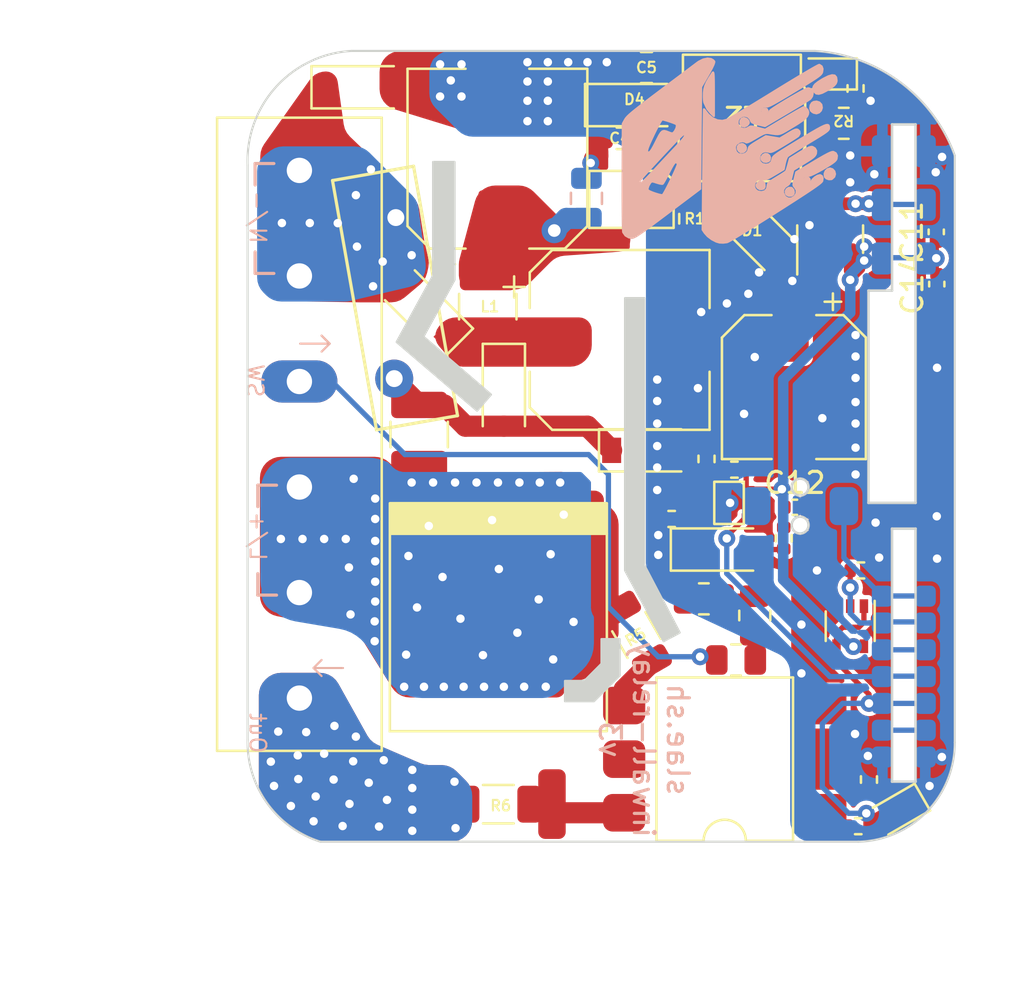
<source format=kicad_pcb>
(kicad_pcb (version 20220815) (generator pcbnew)
  (layers (0 "F.Cu" signal) (31 "B.Cu" signal) (34 "B.Paste" user) (35 "F.Paste" user) (36 "B.SilkS" user "B.Silkscreen") (37 "F.SilkS" user "F.Silkscreen") (38 "B.Mask" user) (39 "F.Mask" user) (44 "Edge.Cuts" user))
  (net 0 "")
  (net 1 "D")
  (net 2 "VIN_L+")
  (net 3 "Net-(D4-K)")
  (net 4 "VIN_N")
  (net 5 "VIN_L")
  (net 6 "GND")
  (net 7 "Net-(LED1-K)")
  (net 8 "Net-(LED2-K)")
  (net 11 "BOARD_IO0")
  (net 12 "BOARD_IO2")
  (net 13 "BOARD_IO3")
  (net 14 "L_OUT")
  (net 15 "BOARD_IO1")
  (net 16 "VDD3V3")
  (net 17 "BOARD_IO4")
  (net 18 "BOARD_IO5")
  (net 19 "TRIAC_EN2")
  (net 20 "VDD5")
  (net 21 "Net-(U1-CS)")
  (net 22 "BP25xx_GND")
  (net 23 "VIN_SWITCH")
  (net 24 "Net-(R10-Pad2)")
  (net 25 "Net-(D8-K)")
  (net 26 "Net-(D8-A)")
  (net 27 "Net-(R26-Pad1)")
  (net 28 "Net-(R27-Pad1)")
  (net 29 "Net-(U7-+)")
  (net 30 "/VIN_L_FUSED")
  (net 31 "TRIAC_EN1")
  (footprint "Resistor_SMD:R_0402_1005Metric" (layer "F.Cu") (at 114.1984 72.4916 -90)
    (fp_text reference "R29" hide)
    (fp_text value "10k" hide)
  )
  (footprint "Fuse:Fuse_1210_3225Metric" (layer "F.Cu") (at 96.9264 67.575 90)
    (fp_text reference "F1" hide)
    (fp_text value "Polyfuse" hide)
  )
  (footprint "Resistor_SMD:R_1206_3216Metric" (layer "F.Cu") (at 100.6792 85.09)
    (fp_text reference "R6")
    (fp_text value "330R" hide)
  )
  (footprint "Diode_SMD:D_SOD-123" (layer "F.Cu") (at 97.1804 61.6712 135)
    (fp_text reference "D6" hide)
    (fp_text value "1N4007" hide)
  )
  (footprint "Diode_SMD:D_SOD-123" (layer "F.Cu") (at 107.0356 51.9684)
    (fp_text reference "D4")
    (fp_text value "1N4007" hide)
  )
  (footprint "Package_TO_SOT_SMD:SOT-353_SC-70-5" (layer "F.Cu") (at 117.348 76.6572 -90)
    (fp_text reference "U6" hide)
    (fp_text value "74LVC1G80" hide)
  )
  (footprint "Resistor_SMD:R_0402_1005Metric" (layer "F.Cu") (at 118.237 83.9216 90)
    (fp_text reference "R20" hide)
    (fp_text value "1.2k" hide)
  )
  (footprint "my-stuff:SMDIP-6_W9.53mm" (layer "F.Cu") (at 111.4044 82.9564 180)
    (fp_text reference "U2" hide)
    (fp_text value "MOC3063M" hide)
  )
  (footprint "Resistor_SMD:R_0805_2012Metric" (layer "F.Cu") (at 112.8268 76.1492 -90)
    (fp_text reference "R27" hide)
    (fp_text value "300k" hide)
  )
  (footprint "Capacitor_SMD:C_0402_1005Metric" (layer "F.Cu") (at 121.425 57.975 90)
    (fp_text reference "C11")
    (fp_text value "22uF")
  )
  (footprint "my-stuff:D2PAK" (layer "F.Cu") (at 100.6792 85.286 90)
    (fp_text reference "Q1" hide)
    (fp_text value "BTA16-800B" hide)
  )
  (footprint "Resistor_SMD:R_0402_1005Metric" (layer "F.Cu") (at 110.5408 68.7324 90)
    (fp_text reference "R32" hide)
    (fp_text value "10k" hide)
  )
  (footprint "Capacitor_SMD:C_0402_1005Metric" (layer "F.Cu") (at 114.725 71.025)
    (fp_text reference "C12")
    (fp_text value "100n")
  )
  (footprint "Inductor_SMD:L_1210_3225Metric" (layer "F.Cu") (at 100.1776 61.5188 90)
    (fp_text reference "L1")
    (fp_text value "1mH" hide)
  )
  (footprint "my-stuff:inwall-relay-cpu-female" (layer "F.Cu") (at 119.888 54.1528 -90)
    (fp_text reference "J1" hide)
    (fp_text value "IWR_CPU_MODULE" hide)
    (fp_line (start -1.27 -0.5588) (end -1.27 0.5588) (stroke (width 0.12)) (layer "Edge.Cuts"))
    (fp_line (start -1.27 0.5588) (end 6.604 0.5588) (stroke (width 0.12)) (layer "Edge.Cuts"))
    (fp_line (start 6.604 0.5588) (end 6.604 1.6256) (stroke (width 0.12)) (layer "Edge.Cuts"))
    (fp_line (start 6.604 1.6256) (end 6.604 1.6764) (stroke (width 0.12)) (layer "Edge.Cuts"))
    (fp_line (start 6.604 1.6764) (end 16.6624 1.6764) (stroke (width 0.12)) (layer "Edge.Cuts"))
    (fp_line (start 16.6624 -0.5588) (end -1.27 -0.5588) (stroke (width 0.12)) (layer "Edge.Cuts"))
    (fp_line (start 16.6624 1.6764) (end 16.6624 -0.5588) (stroke (width 0.12)) (layer "Edge.Cuts"))
    (fp_line (start 17.8816 -0.5588) (end 29.8704 -0.5588) (stroke (width 0.12)) (layer "Edge.Cuts"))
    (fp_line (start 17.8816 0.5588) (end 17.8816 -0.5588) (stroke (width 0.12)) (layer "Edge.Cuts"))
    (fp_line (start 17.9324 0.5588) (end 17.8816 0.5588) (stroke (width 0.12)) (layer "Edge.Cuts"))
    (fp_line (start 29.8704 -0.5588) (end 29.8704 0.5588) (stroke (width 0.12)) (layer "Edge.Cuts"))
    (fp_line (start 29.8704 0.5588) (end 17.9324 0.5588) (stroke (width 0.12)) (layer "Edge.Cuts"))
  )
  (footprint "my-stuff:CP_Elec_8x10" (layer "F.Cu") (at 106.426 63.0936)
    (fp_text reference "C1" hide)
    (fp_text value "3.3uF" hide)
  )
  (footprint "LED_SMD:LED_0603_1608Metric" (layer "F.Cu") (at 119.4816 85.4964 -150)
    (fp_text reference "LED2" hide)
    (fp_text value "orange" hide)
  )
  (footprint "my-stuff:CP_Elec_6.3x7.7" (layer "F.Cu") (at 114.681 65.3288 -90)
    (fp_text reference "C8" hide)
    (fp_text value "470uF" hide)
  )
  (footprint "Resistor_SMD:R_1206_3216Metric" (layer "F.Cu") (at 107.225 77.075 120)
    (fp_text reference "R5")
    (fp_text value "100R" hide)
  )
  (footprint "Diode_SMD:D_SOD-123" (layer "F.Cu") (at 111.1 73.025)
    (fp_text reference "D8" hide)
    (fp_text value "1N4007" hide)
  )
  (footprint "Diode_SMD:D_SOD-123" (layer "F.Cu") (at 100.9396 65.532 -90)
    (fp_text reference "D2" hide)
    (fp_text value "1N4007" hide)
  )
  (footprint "Resistor_SMD:R_0402_1005Metric" (layer "F.Cu") (at 117.856 74.0156 180)
    (fp_text reference "R11" hide)
    (fp_text value "10k" hide)
  )
  (footprint "Resistor_SMD:R_0805_2012Metric" (layer "F.Cu") (at 111.9378 78.2574 180)
    (fp_text reference "R26" hide)
    (fp_text value "300k" hide)
  )
  (footprint "Resistor_SMD:R_0402_1005Metric" (layer "F.Cu") (at 117.729 86.1314 180)
    (fp_text reference "R10" hide)
    (fp_text value "680R" hide)
  )
  (footprint "Diode_SMD:D_SOD-123" (layer "F.Cu") (at 112.8268 57.912 -45)
    (fp_text reference "D1")
    (fp_text value "BAS21GWX" hide)
  )
  (footprint "Resistor_SMD:R_0805_2012Metric" (layer "F.Cu") (at 110.4138 75.3618)
    (fp_text reference "R28" hide)
    (fp_text value "300k" hide)
  )
  (footprint "my-stuff:CP_Elec_8x10" (layer "F.Cu") (at 100.6348 54.5084 90)
    (fp_text reference "C3" hide)
    (fp_text value "3.3uF" hide)
  )
  (footprint "my-stuff:SSOP-5-0.65" (layer "F.Cu") (at 111.6076 70.8152 -90)
    (fp_text reference "U7" hide)
    (fp_text value "TC75S56" hide)
  )
  (footprint "Varistor:RV_Disc_D12mm_W3.9mm_P7.5mm" (layer "F.Cu") (at 95.745215 64.926983 100)
    (fp_text reference "RV1" hide)
    (fp_text value "Varistor" hide)
  )
  (footprint "Diode_SMD:D_SOD-123" (layer "F.Cu") (at 94.075 51.125)
    (fp_text reference "D7" hide)
    (fp_text value "1N4007" hide)
  )
  (footprint "Resistor_SMD:R_0805_2012Metric" (layer "F.Cu") (at 117.0432 52.832 180)
    (fp_text reference "R2")
    (fp_text value "1.5k" hide)
  )
  (footprint "Resistor_SMD:R_0402_1005Metric" (layer "F.Cu") (at 108.8898 71.5772 180)
    (fp_text reference "R30" hide)
    (fp_text value "10k" hide)
  )
  (footprint "Capacitor_SMD:C_0805_2012Metric" (layer "F.Cu") (at 107.696 50.1904 180)
    (fp_text reference "C5")
    (fp_text value "22uF" hide)
  )
  (footprint "Capacitor_SMD:C_0603_1608Metric" (layer "F.Cu") (at 106.426 53.5432)
    (fp_text reference "C4")
    (fp_text value "1uF/16V" hide)
  )
  (footprint "my-stuff:sot33-5a" (layer "F.Cu") (at 106.982776 56.4388 180)
    (fp_text reference "U1")
    (fp_text value "BP2525" hide)
  )
  (footprint "my-stuff:L_6x6mm" (layer "F.Cu") (at 112.2172 52.578 90)
    (fp_text reference "L2")
    (fp_text value "470uH" hide)
  )
  (footprint "my-stuff:WJ126-5.0" (layer "F.Cu") (at 91.2528 67.564 -90)
    (fp_text reference "J2" hide)
    (fp_text value "Conn_01x06_Female" hide)
  )
  (footprint "Resistor_SMD:R_0402_1005Metric" (layer "F.Cu") (at 117.602 51.181 -90)
    (fp_text reference "R4" hide)
    (fp_text value "1.2k" hide)
  )
  (footprint "LED_SMD:LED_0603_1608Metric" (layer "F.Cu") (at 116.1796 50.4952 180)
    (fp_text reference "LED1" hide)
    (fp_text value "blue" hide)
  )
  (footprint "Capacitor_SMD:C_0402_1005Metric" (layer "F.Cu") (at 121.45 60.45 90)
    (fp_text reference "C14")
    (fp_text value "100n")
  )
  (footprint "Package_TO_SOT_SMD:SOT-23" (layer "F.Cu") (at 116.398 58.3184 90)
    (fp_text reference "U3" hide)
    (fp_text value "APE8865N-15-HF-3" hide)
  )
  (footprint "Resistor_SMD:R_0402_1005Metric" (layer "F.Cu") (at 111.8616 69.2404 180)
    (fp_text reference "R31" hide)
    (fp_text value "10k" hide)
  )
  (footprint "Resistor_SMD:R_0805_2012Metric" (layer "F.Cu") (at 109.982 57.3532 -90)
    (fp_text reference "R1")
    (fp_text value ".3R" hide)
  )
  (footprint "Diode_SMD:D_SOD-123" (layer "F.Cu") (at 107.696 68.326)
    (fp_text reference "D3" hide)
    (fp_text value "1N4007" hide)
  )
  (footprint "Capacitor_SMD:C_0805_2012Metric" (layer "B.Cu") (at 104.8512 56.388 90)
    (fp_text reference "C9" hide)
    (fp_text value "optional: 10pF / 500V")
  )
  (footprint "my-stuff:TS-1088C-02526" (layer "B.Cu") (at 114.975 70.9676)
    (fp_text reference "SW1" hide)
    (fp_text value "SW_Push")
    (fp_circle (center 0 -0.9) (end 0.4 -0.9) (stroke (width 0.12)) (fill none) (layer "Edge.Cuts"))
    (fp_circle (center 0 0.9) (end 0.4 0.9) (stroke (width 0.12)) (fill none) (layer "Edge.Cuts"))
  )
  (footprint "LOGO" (layer "B.Cu") (at 111.65 54.125 90)
    (fp_text reference "G***" hide)
    (fp_text value "LOGO" hide)
  )
  (gr_line (start 89.154 55.753) (end 89.154 54.737) (stroke (width 0.15)) (layer "B.SilkS"))
  (gr_line (start 91.2876 63.2714) (end 92.6846 63.2714) (stroke (width 0.1)) (layer "B.SilkS"))
  (gr_line (start 89.154 59.944) (end 89.154 58.928) (stroke (width 0.15)) (layer "B.SilkS"))
  (gr_line (start 90.043 59.944) (end 89.154 59.944) (stroke (width 0.15)) (layer "B.SilkS"))
  (gr_line (start 92.6846 63.2714) (end 92.3036 63.6524) (stroke (width 0.1)) (layer "B.SilkS"))
  (gr_line (start 92.6846 63.2714) (end 92.3036 62.8904) (stroke (width 0.1)) (layer "B.SilkS"))
  (gr_line (start 89.281 75.184) (end 89.281 74.168) (stroke (width 0.15)) (layer "B.SilkS"))
  (gr_line (start 89.154 54.737) (end 90.043 54.737) (stroke (width 0.15)) (layer "B.SilkS"))
  (gr_line (start 89.281 70.993) (end 89.281 69.977) (stroke (width 0.15)) (layer "B.SilkS"))
  (gr_line (start 89.281 69.977) (end 90.17 69.977) (stroke (width 0.15)) (layer "B.SilkS"))
  (gr_line (start 92.3036 62.8904) (end 92.6846 63.2714) (stroke (width 0.1)) (layer "B.SilkS"))
  (gr_line (start 93.3196 78.6384) (end 91.9226 78.6384) (stroke (width 0.1)) (layer "B.SilkS"))
  (gr_line (start 91.9226 78.6384) (end 92.3036 79.0194) (stroke (width 0.1)) (layer "B.SilkS"))
  (gr_line (start 91.9226 78.6384) (end 92.3036 78.257401) (stroke (width 0.1)) (layer "B.SilkS"))
  (gr_line (start 90.17 75.184) (end 89.281 75.184) (stroke (width 0.15)) (layer "B.SilkS"))
  (gr_poly locked (pts (xy 98.6028 60.2488) (xy 97.1296 62.9412) (xy 100.33 65.6844) (xy 99.6696 66.4464) (xy 95.8596 63.1952) (xy 97.5868 60.0456) (xy 97.5868 54.6608) (xy 98.6028 54.6608)) (stroke (width 0.1)) (fill solid) (layer "Edge.Cuts"))
  (gr_arc (start 92.2528 86.868) (mid 89.71837 85.032807) (end 88.7984 82.042) (stroke (width 0.1)) (layer "Edge.Cuts"))
  (gr_arc (start 115.6716 49.403) (mid 119.725054 50.890706) (end 122.301 54.356) (stroke (width 0.1)) (layer "Edge.Cuts"))
  (gr_arc (start 122.301 82.169) (mid 120.97395 85.451532) (end 117.729 86.868) (stroke (width 0.1)) (layer "Edge.Cuts"))
  (gr_poly (pts (xy 106.68 61.1124) (xy 107.5944 61.1124) (xy 107.5944 73.7616) (xy 109.2708 76.962) (xy 108.5088 77.3684) (xy 106.68 74.0156) (xy 106.68 67.31)) (stroke (width 0.1)) (fill solid) (layer "Edge.Cuts"))
  (gr_line (start 117.729 86.868) (end 92.2528 86.868) (stroke (width 0.1)) (layer "Edge.Cuts"))
  (gr_arc (start 88.7984 54.8132) (mid 90.153643 51.098428) (end 93.726 49.403) (stroke (width 0.1)) (layer "Edge.Cuts"))
  (gr_poly (pts (xy 106.426 78.994) (xy 105.2068 80.2132) (xy 103.8338 80.2132) (xy 103.8338 79.248) (xy 104.7496 79.248) (xy 105.5624 78.4352) (xy 105.5624 77.2668) (xy 106.426 77.2668)) (stroke (width 0.1)) (fill solid) (layer "Edge.Cuts"))
  (gr_line (start 93.726 49.403) (end 115.6716 49.403) (stroke (width 0.1)) (layer "Edge.Cuts"))
  (gr_line (start 88.7984 82.042) (end 88.7984 54.8132) (stroke (width 0.1)) (layer "Edge.Cuts"))
  (gr_line (start 122.301 54.356) (end 122.301 82.169) (stroke (width 0.1)) (layer "Edge.Cuts"))
  (gr_text "N/-\n" (at 89.281 57.277 -90) (layer "B.SilkS") (effects (font (size 0.75 0.75) (thickness 0.1)) (justify mirror)))
  (gr_text "L/+\n" (at 89.281 72.39 -90) (layer "B.SilkS") (effects (font (size 0.75 0.75) (thickness 0.1)) (justify mirror)))
  (gr_text "Out" (at 89.275 81.725 -90) (layer "B.SilkS") (effects (font (size 0.75 0.75) (thickness 0.1)) (justify mirror)))
  (gr_text "slae.sh\ninwall-relay\nv3" (at 107.575 82.025 270) (layer "B.SilkS") (effects (font (size 1 1)) (justify mirror)))
  (gr_text "SW" (at 89.154 65.024 -90) (layer "B.SilkS") (effects (font (size 0.75 0.75) (thickness 0.1)) (justify mirror)))
  (via (at 103.3272 57.912) (size 1.2) (drill 0.6) (layers "F.Cu" "B.Cu") (net 1))
  (segment (start 103.9012 57.338) (end 104.8512 57.338) (width 1) (layer "B.Cu") (net 1))
  (segment (start 103.3272 57.912) (end 103.9012 57.338) (width 1) (layer "B.Cu") (net 1))
  (segment (start 105.651 54.520576) (end 105.632776 54.5388) (width 0.25) (layer "F.Cu") (net 3))
  (segment (start 105.651 54.115) (end 105.651 53.5432) (width 0.25) (layer "F.Cu") (net 3))
  (segment (start 105.3856 51.9684) (end 105.3856 54.3804) (width 1) (layer "F.Cu") (net 3))
  (segment (start 105.2272 54.5388) (end 105.632776 54.5388) (width 0.25) (layer "F.Cu") (net 3))
  (segment (start 105.0544 54.7116) (end 105.2272 54.5388) (width 0.25) (layer "F.Cu") (net 3))
  (segment (start 105.0544 54.7116) (end 105.651 54.115) (width 0.25) (layer "F.Cu") (net 3))
  (segment (start 105.3856 54.3804) (end 105.2272 54.5388) (width 1) (layer "F.Cu") (net 3))
  (segment (start 105.651 53.5432) (end 105.651 54.520576) (width 0.25) (layer "F.Cu") (net 3))
  (via (at 105.0544 54.7116) (size 0.8) (drill 0.4) (layers "F.Cu" "B.Cu") (net 3))
  (segment (start 105.0544 54.7116) (end 105.0544 55.2348) (width 0.25) (layer "B.Cu") (net 3))
  (segment (start 104.776151 55.513049) (end 104.456151 55.513049) (width 0.25) (layer "B.Cu") (net 3))
  (segment (start 105.0544 55.2348) (end 104.776151 55.513049) (width 0.25) (layer "B.Cu") (net 3))
  (via (at 94.6404 55.0164) (size 0.8) (drill 0.4) (layers "F.Cu" "B.Cu") (net 4))
  (via (at 93.98 58.674) (size 0.8) (drill 0.4) (layers "F.Cu" "B.Cu") (net 4))
  (via (at 91.7448 57.5564) (size 0.8) (drill 0.4) (layers "F.Cu" "B.Cu") (net 4))
  (via (at 93.069691 57.561768) (size 0.8) (drill 0.4) (layers "F.Cu" "B.Cu") (net 4))
  (via (at 94.742 60.5536) (size 0.8) (drill 0.4) (layers "F.Cu" "B.Cu") (net 4))
  (via (at 96.5708 59.0804) (size 0.8) (drill 0.4) (layers "F.Cu" "B.Cu") (net 4))
  (via (at 93.9292 56.2356) (size 0.8) (drill 0.4) (layers "F.Cu" "B.Cu") (net 4))
  (via (at 90.424 57.5564) (size 0.8) (drill 0.4) (layers "F.Cu" "B.Cu") (net 4))
  (via (at 95.1992 59.3852) (size 0.8) (drill 0.4) (layers "F.Cu" "B.Cu") (net 4))
  (segment (start 106.281396 75.6893) (end 101.2825 75.6893) (width 1) (layer "F.Cu") (net 5))
  (segment (start 101.2825 75.6893) (end 100.2792 74.686) (width 1) (layer "F.Cu") (net 5))
  (via (at 93.6 73.875) (size 0.8) (drill 0.4) (layers "F.Cu" "B.Cu") (net 5))
  (via (at 99.6442 69.85) (size 0.8) (drill 0.4) (layers "F.Cu" "B.Cu") (net 5))
  (via (at 100.703307 73.948582) (size 0.8) (drill 0.4) (layers "F.Cu" "B.Cu") (net 5))
  (via (at 99.949 78.0288) (size 0.8) (drill 0.4) (layers "F.Cu" "B.Cu") (net 5))
  (via (at 94.8436 74.549) (size 0.8) (drill 0.4) (layers "F.Cu" "B.Cu") (net 5))
  (via (at 96.8248 75.7682) (size 0.8) (drill 0.4) (layers "F.Cu" "B.Cu") (net 5))
  (via (at 99.9998 79.5274) (size 0.8) (drill 0.4) (layers "F.Cu" "B.Cu") (net 5))
  (via (at 103.2764 78.232) (size 0.8) (drill 0.4) (layers "F.Cu" "B.Cu") (net 5))
  (via (at 98.6282 69.85) (size 0.8) (drill 0.4) (layers "F.Cu" "B.Cu") (net 5))
  (via (at 97.155 79.5274) (size 0.8) (drill 0.4) (layers "F.Cu" "B.Cu") (net 5))
  (via (at 98.034622 74.325972) (size 0.8) (drill 0.4) (layers "F.Cu" "B.Cu") (net 5))
  (via (at 90.375 72.525) (size 0.8) (drill 0.4) (layers "F.Cu" "B.Cu") (net 5))
  (via (at 92.425 72.525) (size 0.8) (drill 0.4) (layers "F.Cu" "B.Cu") (net 5))
  (via (at 102.6414 69.85) (size 0.8) (drill 0.4) (layers "F.Cu" "B.Cu") (net 5))
  (via (at 94.8182 77.3684) (size 0.8) (drill 0.4) (layers "F.Cu" "B.Cu") (net 5))
  (via (at 96.2152 79.5274) (size 0.8) (drill 0.4) (layers "F.Cu" "B.Cu") (net 5))
  (via (at 101.9 79.525) (size 0.8) (drill 0.4) (layers "F.Cu" "B.Cu") (net 5))
  (via (at 97.5868 69.85) (size 0.8) (drill 0.4) (layers "F.Cu" "B.Cu") (net 5))
  (via (at 94.8436 71.5772) (size 0.8) (drill 0.4) (layers "F.Cu" "B.Cu") (net 5))
  (via (at 97.3836 71.9074) (size 0.8) (drill 0.4) (layers "F.Cu" "B.Cu") (net 5))
  (via (at 94.8182 76.4286) (size 0.8) (drill 0.4) (layers "F.Cu" "B.Cu") (net 5))
  (via (at 93.825 69.675) (size 0.8) (drill 0.4) (layers "F.Cu" "B.Cu") (net 5))
  (via (at 103.15634 73.247715) (size 0.8) (drill 0.4) (layers "F.Cu" "B.Cu") (net 5))
  (via (at 94.8436 72.6186) (size 0.8) (drill 0.4) (layers "F.Cu" "B.Cu") (net 5))
  (via (at 102.5906 75.3872) (size 0.8) (drill 0.4) (layers "F.Cu" "B.Cu") (net 5))
  (via (at 101.6762 69.85) (size 0.8) (drill 0.4) (layers "F.Cu" "B.Cu") (net 5))
  (via (at 100.6602 69.85) (size 0.8) (drill 0.4) (layers "F.Cu" "B.Cu") (net 5))
  (via (at 100.37983 71.630331) (size 0.8) (drill 0.4) (layers "F.Cu" "B.Cu") (net 5))
  (via (at 104.2416 76.454) (size 0.8) (drill 0.4) (layers "F.Cu" "B.Cu") (net 5))
  (via (at 94.8436 73.5838) (size 0.8) (drill 0.4) (layers "F.Cu" "B.Cu") (net 5))
  (via (at 94.8436 70.612) (size 0.8) (drill 0.4) (layers "F.Cu" "B.Cu") (net 5))
  (via (at 98.0948 79.5274) (size 0.8) (drill 0.4) (layers "F.Cu" "B.Cu") (net 5))
  (via (at 103.776337 71.374245) (size 0.8) (drill 0.4) (layers "F.Cu" "B.Cu") (net 5))
  (via (at 103.6066 69.85) (size 0.8) (drill 0.4) (layers "F.Cu" "B.Cu") (net 5))
  (via (at 93.675 76.1) (size 0.8) (drill 0.4) (layers "F.Cu" "B.Cu") (net 5))
  (via (at 93.45 72.525) (size 0.8) (drill 0.4) (layers "F.Cu" "B.Cu") (net 5))
  (via (at 101.57939 76.967699) (size 0.8) (drill 0.4) (layers "F.Cu" "B.Cu") (net 5))
  (via (at 91.4 72.525) (size 0.8) (drill 0.4) (layers "F.Cu" "B.Cu") (net 5))
  (via (at 102.925 79.525) (size 0.8) (drill 0.4) (layers "F.Cu" "B.Cu") (net 5))
  (via (at 96.4184 73.3298) (size 0.8) (drill 0.4) (layers "F.Cu" "B.Cu") (net 5))
  (via (at 100.9396 79.5274) (size 0.8) (drill 0.4) (layers "F.Cu" "B.Cu") (net 5))
  (via (at 99.0346 79.5274) (size 0.8) (drill 0.4) (layers "F.Cu" "B.Cu") (net 5))
  (via (at 96.309412 78.005521) (size 0.8) (drill 0.4) (layers "F.Cu" "B.Cu") (net 5))
  (via (at 98.8822 76.3016) (size 0.8) (drill 0.4) (layers "F.Cu" "B.Cu") (net 5))
  (via (at 96.5708 69.85) (size 0.8) (drill 0.4) (layers "F.Cu" "B.Cu") (net 5))
  (via (at 94.8436 75.4888) (size 0.8) (drill 0.4) (layers "F.Cu" "B.Cu") (net 5))
  (segment (start 105.8164 49.9364) (end 103.0224 49.9364) (width 1) (layer "F.Cu") (net 6))
  (segment (start 106.492 49.9364) (end 106.746 50.1904) (width 1) (layer "F.Cu") (net 6))
  (segment (start 105.8164 49.9364) (end 106.492 49.9364) (width 1) (layer "F.Cu") (net 6))
  (via (at 108.204 64.9732) (size 0.8) (drill 0.4) (layers "F.Cu" "B.Cu") (net 6))
  (via (at 114.7064 58.3184) (size 0.8) (drill 0.4) (layers "F.Cu" "B.Cu") (net 6))
  (via (at 102.0572 49.9364) (size 0.8) (drill 0.4) (layers "F.Cu" "B.Cu") (net 6))
  (via (at 102.0572 50.8508) (size 0.8) (drill 0.4) (layers "F.Cu" "B.Cu") (net 6))
  (via (at 110.1344 65.3796) (size 0.8) (drill 0.4) (layers "F.Cu" "B.Cu") (net 6))
  (via (at 117.602 63.881) (size 0.8) (drill 0.4) (layers "F.Cu" "B.Cu") (net 6))
  (via (at 98.425 50.8) (size 0.8) (drill 0.4) (layers "F.Cu" "B.Cu") (net 6))
  (via (at 108.204 65.9892) (size 0.8) (drill 0.4) (layers "F.Cu" "B.Cu") (net 6))
  (via (at 111.506 61.3664) (size 0.8) (drill 0.4) (layers "F.Cu" "B.Cu") (net 6))
  (via (at 118.55 71.75) (size 0.8) (drill 0.4) (layers "F.Cu" "B.Cu") (net 6))
  (via (at 97.917 50.038) (size 0.8) (drill 0.4) (layers "F.Cu" "B.Cu") (net 6))
  (via (at 108.2548 73.279) (size 0.8) (drill 0.4) (layers "F.Cu" "B.Cu") (net 6))
  (via (at 121.7 54.425) (size 0.8) (drill 0.4) (layers "F.Cu" "B.Cu") (net 6))
  (via (at 103.0224 52.7304) (size 0.8) (drill 0.4) (layers "F.Cu" "B.Cu") (net 6))
  (via (at 108.204 67.056) (size 0.8) (drill 0.4) (layers "F.Cu" "B.Cu") (net 6))
  (via (at 98.933 51.562) (size 0.8) (drill 0.4) (layers "F.Cu" "B.Cu") (net 6))
  (via (at 115.7732 74.0156) (size 0.8) (drill 0.4) (layers "F.Cu" "B.Cu") (net 6))
  (via (at 108.2548 72.3392) (size 0.8) (drill 0.4) (layers "F.Cu" "B.Cu") (net 6))
  (via (at 117.602 67.056) (size 0.8) (drill 0.4) (layers "F.Cu" "B.Cu") (net 6))
  (via (at 103.0224 51.7652) (size 0.8) (drill 0.4) (layers "F.Cu" "B.Cu") (net 6))
  (via (at 97.917 51.562) (size 0.8) (drill 0.4) (layers "F.Cu" "B.Cu") (net 6))
  (via (at 117.5766 81.7626) (size 0.8) (drill 0.4) (layers "F.Cu" "B.Cu") (net 6))
  (via (at 121.45 71.45) (size 0.8) (drill 0.4) (layers "F.Cu" "B.Cu") (net 6))
  (via (at 117.602 64.897) (size 0.8) (drill 0.4) (layers "F.Cu" "B.Cu") (net 6))
  (via (at 102.0572 51.7652) (size 0.8) (drill 0.4) (layers "F.Cu" "B.Cu") (net 6))
  (via (at 112.8268 63.9064) (size 0.8) (drill 0.4) (layers "F.Cu" "B.Cu") (net 6))
  (via (at 118.1862 82.804) (size 0.8) (drill 0.4) (layers "F.Cu" "B.Cu") (net 6))
  (via (at 117.602 69.469) (size 0.8) (drill 0.4) (layers "F.Cu" "B.Cu") (net 6))
  (via (at 115.0366 78.8924) (size 0.8) (drill 0.4) (layers "F.Cu" "B.Cu") (net 6))
  (via (at 117.602 66.04) (size 0.8) (drill 0.4) (layers "F.Cu" "B.Cu") (net 6))
  (via (at 112.522 60.9092) (size 0.8) (drill 0.4) (layers "F.Cu" "B.Cu") (net 6))
  (via (at 117.602 62.865) (size 0.8) (drill 0.4) (layers "F.Cu" "B.Cu") (net 6))
  (via (at 121.4628 64.4144) (size 0.8) (drill 0.4) (layers "F.Cu" "B.Cu") (net 6))
  (via (at 108.204 69.1388) (size 0.8) (drill 0.4) (layers "F.Cu" "B.Cu") (net 6))
  (via (at 111.6584 70.8152) (size 0.8) (drill 0.4) (layers "F.Cu" "B.Cu") (net 6))
  (via (at 117.348 54.356) (size 0.8) (drill 0.4) (layers "F.Cu" "B.Cu") (net 6))
  (via (at 117.602 68.199) (size 0.8) (drill 0.4) (layers "F.Cu" "B.Cu") (net 6))
  (via (at 102.0572 52.7304) (size 0.8) (drill 0.4) (layers "F.Cu" "B.Cu") (net 6))
  (via (at 110.2868 61.7728) (size 0.8) (drill 0.4) (layers "F.Cu" "B.Cu") (net 6))
  (via (at 105.8164 49.9364) (size 0.8) (drill 0.4) (layers "F.Cu" "B.Cu") (net 6))
  (via (at 118.7196 73.406) (size 0.8) (drill 0.4) (layers "F.Cu" "B.Cu") (net 6))
  (via (at 104.902 49.9364) (size 0.8) (drill 0.4) (layers "F.Cu" "B.Cu") (net 6))
  (via (at 113.03 59.8932) (size 0.8) (drill 0.4) (layers "F.Cu" "B.Cu") (net 6))
  (via (at 103.9876 49.9364) (size 0.8) (drill 0.4) (layers "F.Cu" "B.Cu") (net 6))
  (via (at 117.348 55.626) (size 0.8) (drill 0.4) (layers "F.Cu" "B.Cu") (net 6))
  (via (at 98.933 50.038) (size 0.8) (drill 0.4) (layers "F.Cu" "B.Cu") (net 6))
  (via (at 121.1072 84.2264) (size 0.8) (drill 0.4) (layers "F.Cu" "B.Cu") (net 6))
  (via (at 103.0224 50.8508) (size 0.8) (drill 0.4) (layers "F.Cu" "B.Cu") (net 6))
  (via (at 115.0366 76.581) (size 0.8) (drill 0.4) (layers "F.Cu" "B.Cu") (net 6))
  (via (at 103.0224 49.9364) (size 0.8) (drill 0.4) (layers "F.Cu" "B.Cu") (net 6))
  (via (at 108.204 70.2056) (size 0.8) (drill 0.4) (layers "F.Cu" "B.Cu") (net 6))
  (via (at 114.6048 60.2996) (size 0.8) (drill 0.4) (layers "F.Cu" "B.Cu") (net 6))
  (via (at 108.204 68.1228) (size 0.8) (drill 0.4) (layers "F.Cu" "B.Cu") (net 6))
  (via (at 121.4 55.15) (size 0.8) (drill 0.4) (layers "F.Cu" "B.Cu") (net 6))
  (via (at 121.6914 82.8548) (size 0.8) (drill 0.4) (layers "F.Cu" "B.Cu") (net 6))
  (via (at 116.0272 66.802) (size 0.8) (drill 0.4) (layers "F.Cu" "B.Cu") (net 6))
  (via (at 118.3132 51.7652) (size 0.8) (drill 0.4) (layers "F.Cu" "B.Cu") (net 6))
  (via (at 118.491 55.245) (size 0.8) (drill 0.4) (layers "F.Cu" "B.Cu") (net 6))
  (via (at 112.3188 66.5988) (size 0.8) (drill 0.4) (layers "F.Cu" "B.Cu") (net 6))
  (via (at 115.4176 57.658) (size 0.8) (drill 0.4) (layers "F.Cu" "B.Cu") (net 6))
  (via (at 121.4628 73.4568) (size 0.8) (drill 0.4) (layers "F.Cu" "B.Cu") (net 6))
  (segment (start 116.7385 50.673) (end 117.6 50.673) (width 0.25) (layer "F.Cu") (net 7))
  (segment (start 120.163595 85.10265) (end 120.099973 85.10265) (width 0.25) (layer "F.Cu") (net 8))
  (segment (start 120.099973 85.10265) (end 119.428923 84.4316) (width 0.25) (layer "F.Cu") (net 8))
  (segment (start 119.428923 84.4316) (end 118.237 84.4316) (width 0.25) (layer "F.Cu") (net 8))
  (segment (start 118.9736 81.5848) (end 120.88938 81.5848) (width 0.25) (layer "B.Cu") (net 11))
  (segment (start 111.5 72.396) (end 112.4308 71.4652) (width 0.25) (layer "F.Cu") (net 12))
  (segment (start 112.4308 71.4652) (end 112.5076 71.4652) (width 0.25) (layer "F.Cu") (net 12))
  (segment (start 111.5 72.5) (end 111.5 72.396) (width 0.25) (layer "F.Cu") (net 12))
  (via (at 111.5 72.5) (size 0.8) (drill 0.4) (layers "F.Cu" "B.Cu") (net 12))
  (segment (start 116.3828 79.0448) (end 119.20468 79.0448) (width 0.25) (layer "B.Cu") (net 12))
  (segment (start 111.5 72.5) (end 111.5 74.162) (width 0.25) (layer "B.Cu") (net 12))
  (segment (start 111.5 74.162) (end 116.3828 79.0448) (width 0.25) (layer "B.Cu") (net 12))
  (segment (start 118.91711 79.025) (end 120.83289 79.025) (width 0.25) (layer "B.Cu") (net 12))
  (segment (start 118.94211 77.775) (end 120.85789 77.775) (width 0.25) (layer "B.Cu") (net 13))
  (via (at 91.175 82.775) (size 0.8) (drill 0.4) (layers "F.Cu" "B.Cu") (net 14))
  (via (at 92.875 83.925) (size 0.8) (drill 0.4) (layers "F.Cu" "B.Cu") (net 14))
  (via (at 94.5388 84.074) (size 0.8) (drill 0.4) (layers "F.Cu" "B.Cu") (net 14))
  (via (at 93.9292 81.8896) (size 0.8) (drill 0.4) (layers "F.Cu" "B.Cu") (net 14))
  (via (at 91.575 81.675) (size 0.8) (drill 0.4) (layers "F.Cu" "B.Cu") (net 14))
  (via (at 93.625 85.075) (size 0.8) (drill 0.4) (layers "F.Cu" "B.Cu") (net 14))
  (via (at 98.65 86.225) (size 0.8) (drill 0.4) (layers "F.Cu" "B.Cu") (net 14))
  (via (at 96.6 85.35) (size 0.8) (drill 0.4) (layers "F.Cu" "B.Cu") (net 14))
  (via (at 90.05 84.225) (size 0.8) (drill 0.4) (layers "F.Cu" "B.Cu") (net 14))
  (via (at 90.85 85.175) (size 0.8) (drill 0.4) (layers "F.Cu" "B.Cu") (net 14))
  (via (at 92.025 84.725) (size 0.8) (drill 0.4) (layers "F.Cu" "B.Cu") (net 14))
  (via (at 91.925 85.9) (size 0.8) (drill 0.4) (layers "F.Cu" "B.Cu") (net 14))
  (via (at 96.6 83.4644) (size 0.8) (drill 0.4) (layers "F.Cu" "B.Cu") (net 14))
  (via (at 98.6 84.025) (size 0.8) (drill 0.4) (layers "F.Cu" "B.Cu") (net 14))
  (via (at 92.425 82.7) (size 0.8) (drill 0.4) (layers "F.Cu" "B.Cu") (net 14))
  (via (at 90.25 81.65) (size 0.8) (drill 0.4) (layers "F.Cu" "B.Cu") (net 14))
  (via (at 96.6 86.35) (size 0.8) (drill 0.4) (layers "F.Cu" "B.Cu") (net 14))
  (via (at 92.9132 81.3816) (size 0.8) (drill 0.4) (layers "F.Cu" "B.Cu") (net 14))
  (via (at 93.3 86.125) (size 0.8) (drill 0.4) (layers "F.Cu" "B.Cu") (net 14))
  (via (at 95.025 86.15) (size 0.8) (drill 0.4) (layers "F.Cu" "B.Cu") (net 14))
  (via (at 91.2 83.9) (size 0.8) (drill 0.4) (layers "F.Cu" "B.Cu") (net 14))
  (via (at 89.9 83.075) (size 0.8) (drill 0.4) (layers "F.Cu" "B.Cu") (net 14))
  (via (at 96.6 84.325) (size 0.8) (drill 0.4) (layers "F.Cu" "B.Cu") (net 14))
  (via (at 95.25 83.0072) (size 0.8) (drill 0.4) (layers "F.Cu" "B.Cu") (net 14))
  (via (at 95.4024 84.8868) (size 0.8) (drill 0.4) (layers "F.Cu" "B.Cu") (net 14))
  (via (at 93.8 83.058) (size 0.8) (drill 0.4) (layers "F.Cu" "B.Cu") (net 14))
  (segment (start 118.112 86.1568) (end 118.112 86.1315) (width 0.25) (layer "F.Cu") (net 15))
  (segment (start 117.7544 76.708) (end 117.998 76.4644) (width 0.25) (layer "F.Cu") (net 15))
  (segment (start 118.11 85.5218) (end 118.11 85.6468) (width 0.25) (layer "F.Cu") (net 15))
  (segment (start 116.698 77.6072) (end 116.698 77.0024) (width 0.25) (layer "F.Cu") (net 15))
  (segment (start 116.698 77.0024) (end 116.9924 76.708) (width 0.25) (layer "F.Cu") (net 15))
  (segment (start 118.35335 85.89015) (end 118.799605 85.89015) (width 0.25) (layer "F.Cu") (net 15))
  (segment (start 118.237 80.3148) (end 118.237 79.883) (width 0.25) (layer "F.Cu") (net 15))
  (segment (start 118.532955 86.1568) (end 118.799605 85.89015) (width 0.25) (layer "F.Cu") (net 15))
  (segment (start 117.998 76.4644) (end 117.998 75.7072) (width 0.25) (layer "F.Cu") (net 15))
  (segment (start 118.11 85.6468) (end 118.35335 85.89015) (width 0.25) (layer "F.Cu") (net 15))
  (segment (start 116.9924 76.708) (end 117.7544 76.708) (width 0.25) (layer "F.Cu") (net 15))
  (segment (start 118.112 86.1568) (end 118.532955 86.1568) (width 0.25) (layer "F.Cu") (net 15))
  (segment (start 118.237 79.883) (end 116.698 78.344) (width 0.25) (layer "F.Cu") (net 15))
  (segment (start 118.112 86.1315) (end 118.35335 85.89015) (width 0.25) (layer "F.Cu") (net 15))
  (segment (start 116.698 78.344) (end 116.698 77.6072) (width 0.25) (layer "F.Cu") (net 15))
  (via (at 118.237 80.3148) (size 0.8) (drill 0.4) (layers "F.Cu" "B.Cu") (net 15))
  (via (at 118.11 85.5218) (size 0.8) (drill 0.4) (layers "F.Cu" "B.Cu") (net 15))
  (segment (start 118.237 80.3148) (end 116.9924 80.3148) (width 0.25) (layer "B.Cu") (net 15))
  (segment (start 116.9924 80.3148) (end 116.0272 81.28) (width 0.25) (layer "B.Cu") (net 15))
  (segment (start 117.2718 85.5218) (end 118.11 85.5218) (width 0.25) (layer "B.Cu") (net 15))
  (segment (start 120.88938 80.3148) (end 117.3988 80.3148) (width 0.25) (layer "B.Cu") (net 15))
  (segment (start 116.0272 81.28) (end 116.0272 84.2772) (width 0.25) (layer "B.Cu") (net 15))
  (segment (start 116.0272 84.2772) (end 117.2718 85.5218) (width 0.25) (layer "B.Cu") (net 15))
  (segment (start 114.157796 70.165404) (end 114.158 70.1652) (width 0.25) (layer "F.Cu") (net 16))
  (segment (start 112.4204 70.1652) (end 112.4204 69.2892) (width 0.25) (layer "F.Cu") (net 16))
  (segment (start 118.0592 59.3344) (end 118.0084 59.3344) (width 0.25) (layer "F.Cu") (net 16))
  (segment (start 121.425 59.225) (end 121.425 60.025) (width 0.25) (layer "F.Cu") (net 16))
  (segment (start 118.2116 59.182) (end 118.0592 59.3344) (width 0.25) (layer "F.Cu") (net 16))
  (segment (start 117.9299 59.2559) (end 117.348 59.2559) (width 0.25) (layer "F.Cu") (net 16))
  (segment (start 118.0084 59.3344) (end 118.0084 58.674) (width 0.25) (layer "F.Cu") (net 16))
  (segment (start 114.1132 70.165404) (end 114.157796 70.165404) (width 0.25) (layer "F.Cu") (net 16))
  (segment (start 117.348 59.9948) (end 117.348 59.2559) (width 0.4) (layer "F.Cu") (net 16))
  (segment (start 114.2362 70.9676) (end 114.2362 71.9966) (width 0.25) (layer "F.Cu") (net 16))
  (segment (start 118.0084 59.3344) (end 117.4265 59.3344) (width 0.25) (layer "F.Cu") (net 16))
  (segment (start 117.5156 77.6072) (end 117.5004 77.6224) (width 0.25) (layer "F.Cu") (net 16))
  (segment (start 114.158 70.1652) (end 112.4204 70.1652) (width 0.25) (layer "F.Cu") (net 16))
  (segment (start 117.348 60.2488) (end 117.856 59.7408) (width 0.4) (layer "F.Cu") (net 16))
  (segment (start 117.4265 59.3344) (end 117.348 59.2559) (width 0.25) (layer "F.Cu") (net 16))
  (segment (start 118.0084 58.674) (end 117.9299 58.674) (width 0.25) (layer "F.Cu") (net 16))
  (segment (start 117.998 77.6072) (end 117.5156 77.6072) (width 0.25) (layer "F.Cu") (net 16))
  (segment (start 114.2362 70.2434) (end 114.2362 70.9676) (width 0.25) (layer "F.Cu") (net 16))
  (segment (start 114.158 70.1652) (end 114.2362 70.2434) (width 0.25) (layer "F.Cu") (net 16))
  (segment (start 118.0084 59.3344) (end 117.9299 59.2559) (width 0.25) (layer "F.Cu") (net 16))
  (segment (start 117.348 60.2488) (end 117.348 59.9948) (width 0.4) (layer "F.Cu") (net 16))
  (segment (start 117.9299 58.674) (end 117.348 59.2559) (width 0.25) (layer "F.Cu") (net 16))
  (segment (start 114.2362 71.9966) (end 114.228824 72.003976) (width 0.25) (layer "F.Cu") (net 16))
  (segment (start 112.4204 69.2892) (end 112.3716 69.2404) (width 0.25) (layer "F.Cu") (net 16))
  (segment (start 121.425 59.225) (end 121.425 58.425) (width 0.25) (layer "F.Cu") (net 16))
  (segment (start 117.348 59.9948) (end 118.0084 59.3344) (width 0.4) (layer "F.Cu") (net 16))
  (via (at 117.5004 77.6224) (size 0.8) (drill 0.4) (layers "F.Cu" "B.Cu") (net 16))
  (via (at 117.348 60.2488) (size 0.8) (drill 0.4) (layers "F.Cu" "B.Cu") (net 16))
  (via (at 118.0084 58.674) (size 0.8) (drill 0.4) (layers "F.Cu" "B.Cu") (net 16))
  (via (at 118.0084 59.3344) (size 0.8) (drill 0.4) (layers "F.Cu" "B.Cu") (net 16))
  (via (at 121.425 59.225) (size 0.8) (drill 0.4) (layers "F.Cu" "B.Cu") (net 16))
  (via (at 114.1132 70.165404) (size 0.8) (drill 0.4) (layers "F.Cu" "B.Cu") (net 16))
  (segment (start 117.5004 77.6224) (end 117.348 77.6224) (width 0.5) (layer "B.Cu") (net 16))
  (segment (start 117.348 59.9948) (end 118.0084 59.3344) (width 0.5) (layer "B.Cu") (net 16))
  (segment (start 118.0084 58.674) (end 119.20468 58.674) (width 0.25) (layer "B.Cu") (net 16))
  (segment (start 119.20468 58.674) (end 119.20468 59.3344) (width 0.25) (layer "B.Cu") (net 16))
  (segment (start 114.173 64.9732) (end 117.348 61.7982) (width 0.5) (layer "B.Cu") (net 16))
  (segment (start 117.348 61.7982) (end 117.348 60.2488) (width 0.5) (layer "B.Cu") (net 16))
  (segment (start 114.173 74.4474) (end 114.173 64.9732) (width 0.5) (layer "B.Cu") (net 16))
  (segment (start 118.99211 59.2) (end 120.90789 59.2) (width 0.25) (layer "B.Cu") (net 16))
  (segment (start 117.348 60.2488) (end 117.348 59.9948) (width 0.5) (layer "B.Cu") (net 16))
  (segment (start 119.20468 59.3344) (end 118.0084 59.3344) (width 0.25) (layer "B.Cu") (net 16))
  (segment (start 117.348 77.6224) (end 114.173 74.4474) (width 0.5) (layer "B.Cu") (net 16))
  (segment (start 117.348 74.8284) (end 117.346 74.8264) (width 0.25) (layer "F.Cu") (net 17))
  (segment (start 117.346 74.8264) (end 117.346 74.0156) (width 0.25) (layer "F.Cu") (net 17))
  (segment (start 117.348 75.7072) (end 117.348 74.8304) (width 0.25) (layer "F.Cu") (net 17))
  (via (at 117.348 74.8284) (size 0.8) (drill 0.4) (layers "F.Cu" "B.Cu") (net 17))
  (segment (start 118.2624 76.5048) (end 118.2878 76.5048) (width 0.25) (layer "B.Cu") (net 17))
  (segment (start 117.348 74.8284) (end 117.348 76.0476) (width 0.25) (layer "B.Cu") (net 17))
  (segment (start 117.348 76.0476) (end 117.8052 76.5048) (width 0.25) (layer "B.Cu") (net 17))
  (segment (start 117.8052 76.5048) (end 118.2878 76.5048) (width 0.25) (layer "B.Cu") (net 17))
  (segment (start 118.2878 76.5048) (end 119.21298 76.5048) (width 0.25) (layer "B.Cu") (net 17))
  (segment (start 119.38 76.454) (end 120.88938 76.454) (width 0.25) (layer "B.Cu") (net 17))
  (segment (start 120.88938 76.454) (end 120.88938 76.5048) (width 0.25) (layer "B.Cu") (net 17))
  (segment (start 117.05 73.4128) (end 118.872 75.2348) (width 0.25) (layer "B.Cu") (net 18))
  (segment (start 118.872 75.2348) (end 119.20418 75.2348) (width 0.25) (layer "B.Cu") (net 18))
  (segment (start 117.05 70.9676) (end 117.05 73.4128) (width 0.25) (layer "B.Cu") (net 18))
  (segment (start 118.91711 75.225) (end 120.83289 75.225) (width 0.25) (layer "B.Cu") (net 18))
  (segment (start 107.95625 78.341562) (end 106.6394 79.658412) (width 1) (layer "F.Cu") (net 19))
  (segment (start 106.6394 79.658412) (end 106.6394 80.4164) (width 1) (layer "F.Cu") (net 19))
  (segment (start 111.652 50.673) (end 111.506 50.819) (width 0.6) (layer "F.Cu") (net 20))
  (segment (start 116.3828 56.6928) (end 116.3828 60.1472) (width 0.6) (layer "F.Cu") (net 20))
  (segment (start 118.237 56.642) (end 116.4336 56.642) (width 0.6) (layer "F.Cu") (net 20))
  (segment (start 116.3828 56.642) (end 116.3828 52.2224) (width 0.6) (layer "F.Cu") (net 20))
  (segment (start 116.4336 56.642) (end 116.3828 56.6928) (width 0.6) (layer "F.Cu") (net 20))
  (segment (start 116.3828 52.2224) (end 114.4884 50.328) (width 0.6) (layer "F.Cu") (net 20))
  (segment (start 114.681 61.849) (end 114.681 63.2892) (width 0.6) (layer "F.Cu") (net 20))
  (segment (start 116.3828 60.1472) (end 114.681 61.849) (width 0.6) (layer "F.Cu") (net 20))
  (segment (start 114.4884 50.328) (end 112.2172 50.328) (width 0.6) (layer "F.Cu") (net 20))
  (segment (start 116.4336 56.642) (end 116.3828 56.642) (width 0.6) (layer "F.Cu") (net 20))
  (via (at 117.602 56.642) (size 0.8) (drill 0.4) (layers "F.Cu" "B.Cu") (net 20))
  (via (at 118.237 56.642) (size 0.8) (drill 0.4) (layers "F.Cu" "B.Cu") (net 20))
  (segment (start 118.237 56.642) (end 119.03798 56.642) (width 0.6) (layer "B.Cu") (net 20))
  (segment (start 118.99211 56.675) (end 120.90789 56.675) (width 0.25) (layer "B.Cu") (net 20))
  (segment (start 121.13942 56.6928) (end 121.13942 56.642) (width 0.25) (layer "B.Cu") (net 20))
  (segment (start 119.03798 56.642) (end 119.03798 56.6928) (width 0.6) (layer "B.Cu") (net 20))
  (segment (start 109.9089 58.3388) (end 109.982 58.2657) (width 0.6) (layer "F.Cu") (net 21))
  (segment (start 108.232776 58.3388) (end 109.9089 58.3388) (width 0.6) (layer "F.Cu") (net 21))
  (segment (start 110.8729 78.105) (end 111.0253 78.2574) (width 0.25) (layer "F.Cu") (net 23))
  (segment (start 110.236 78.105) (end 110.8729 78.105) (width 0.25) (layer "F.Cu") (net 23))
  (via (at 110.236 78.105) (size 0.8) (drill 0.4) (layers "F.Cu" "B.Cu") (net 23))
  (segment (start 92.789 65.064) (end 96.25 68.525) (width 0.25) (layer "B.Cu") (net 23))
  (segment (start 104.953121 68.525) (end 105.8926 69.464479) (width 0.25) (layer "B.Cu") (net 23))
  (segment (start 108.2548 78.105) (end 110.236 78.105) (width 0.25) (layer "B.Cu") (net 23))
  (segment (start 91.2528 65.064) (end 92.789 65.064) (width 0.25) (layer "B.Cu") (net 23))
  (segment (start 96.25 68.525) (end 104.953121 68.525) (width 0.25) (layer "B.Cu") (net 23))
  (segment (start 105.8926 69.464479) (end 105.8926 75.7428) (width 0.25) (layer "B.Cu") (net 23))
  (segment (start 105.8926 75.7428) (end 108.2548 78.105) (width 0.25) (layer "B.Cu") (net 23))
  (segment (start 117.092 86.1568) (end 116.3818 86.1568) (width 0.25) (layer "F.Cu") (net 24))
  (segment (start 116.3818 86.1568) (end 115.765 85.54) (width 0.25) (layer "F.Cu") (net 24))
  (segment (start 110.7076 71.4652) (end 109.5118 71.4652) (width 0.25) (layer "F.Cu") (net 25))
  (segment (start 109.45 73.025) (end 109.45 71.6274) (width 0.25) (layer "F.Cu") (net 25))
  (segment (start 109.45 73.025) (end 109.45 75.3105) (width 0.25) (layer "F.Cu") (net 25))
  (segment (start 109.45 75.3105) (end 109.5013 75.3618) (width 0.25) (layer "F.Cu") (net 25))
  (segment (start 109.5118 71.4652) (end 109.3998 71.5772) (width 0.25) (layer "F.Cu") (net 25))
  (segment (start 109.45 71.6274) (end 109.3998 71.5772) (width 0.25) (layer "F.Cu") (net 25))
  (segment (start 109.2464 73.025) (end 109.1702 72.9488) (width 0.25) (layer "F.Cu") (net 25))
  (segment (start 109.45 73.025) (end 109.2464 73.025) (width 0.25) (layer "F.Cu") (net 25))
  (segment (start 114.175 73.025) (end 112.75 73.025) (width 0.25) (layer "F.Cu") (net 26))
  (segment (start 114.1984 73.0016) (end 114.175 73.025) (width 0.25) (layer "F.Cu") (net 26))
  (segment (start 112.8503 77.0852) (end 112.8503 78.2574) (width 0.25) (layer "F.Cu") (net 27))
  (segment (start 112.8268 77.0617) (end 112.8503 77.0852) (width 0.25) (layer "F.Cu") (net 27))
  (segment (start 111.4514 75.2367) (end 112.8268 75.2367) (width 0.25) (layer "F.Cu") (net 28))
  (segment (start 111.3263 75.3618) (end 111.4514 75.2367) (width 0.25) (layer "F.Cu") (net 28))
  (segment (start 111.3516 69.2404) (end 110.5916 69.2404) (width 0.25) (layer "F.Cu") (net 29))
  (segment (start 110.5916 70.0492) (end 110.7076 70.1652) (width 0.25) (layer "F.Cu") (net 29))
  (segment (start 110.5916 69.2404) (end 110.5916 70.0492) (width 0.25) (layer "F.Cu") (net 29))
  (segment (start 95.745215 64.993815) (end 96.9264 66.175) (width 1) (layer "F.Cu") (net 30))
  (segment (start 95.745215 64.926983) (end 95.745215 64.993815) (width 1) (layer "F.Cu") (net 30))
  (segment (start 96.9264 66.175) (end 98.1108 66.175) (width 1) (layer "F.Cu") (net 30))
  (segment (start 99.1178 67.182) (end 100.9396 67.182) (width 1) (layer "F.Cu") (net 30))
  (segment (start 98.1108 66.175) (end 99.1178 67.182) (width 1) (layer "F.Cu") (net 30))
  (segment (start 104.902 67.182) (end 106.046 68.326) (width 1) (layer "F.Cu") (net 30))
  (segment (start 100.9396 67.182) (end 104.902 67.182) (width 1) (layer "F.Cu") (net 30))
  (segment (start 106.6394 85.4964) (end 103.2296 85.4964) (width 1) (layer "F.Cu") (net 31))
  (segment (start 103.2296 85.4964) (end 102.8192 85.086) (width 1) (layer "F.Cu") (net 31))
  (zone (net 6) (net_name "GND") (layer "F.Cu") (connect_pads yes (clearance 0.2)) (min_thickness 0.254) (fill yes (thermal_gap 0.508) (thermal_bridge_width 0.508) (smoothing fillet) (radius 1) (island_removal_mode 2) (island_area_min 10))
    (polygon (pts (xy 103.7844 48.8696) (xy 103.7844 52.7812) (xy 103.2256 53.34) (xy 99.568 53.34) (xy 95.05 51.95) (xy 95.05 48.675) (xy 105.537 47.625)))
  )
  (zone (net 22) (net_name "BP25xx_GND") (layer "F.Cu") (connect_pads yes (clearance 0.2)) (min_thickness 0.254) (fill yes (thermal_gap 0.508) (thermal_bridge_width 0.508) (smoothing fillet) (radius 1) (island_removal_mode 2) (island_area_min 10))
    (polygon (pts (xy 115.1636 55.3212) (xy 114.6048 55.88) (xy 113.6396 55.88) (xy 111.8616 57.5564) (xy 111.3536 57.5564) (xy 110.8964 57.0992) (xy 109.6772 57.0992) (xy 108.0008 55.4228) (xy 107.188 55.0164) (xy 106.7308 54.0004) (xy 106.7308 53.1368) (xy 107.0864 52.9336) (xy 107.7468 52.9336) (xy 110.0836 53.4416) (xy 115.1636 53.7464)))
  )
  (zone (net 4) (net_name "VIN_N") (layer "F.Cu") (connect_pads yes (clearance 0.2)) (min_thickness 0.254) (fill yes (thermal_gap 0.508) (thermal_bridge_width 0.508) (smoothing fillet) (radius 1) (island_removal_mode 2) (island_area_min 10))
    (polygon (pts (xy 93.4 53.225) (xy 96.8756 56.5658) (xy 97.1804 58.4454) (xy 97.409 59.436) (xy 97.2312 60.2488) (xy 95.9612 61.3156) (xy 94.1832 61.3156) (xy 90.075 61.25) (xy 89.4 60.65) (xy 89.4 54.075) (xy 92.025 50.375) (xy 93 50.375)))
  )
  (zone (net 2) (net_name "VIN_L+") (layer "F.Cu") (connect_pads yes (clearance 0.2)) (min_thickness 0.254) (fill yes (thermal_gap 0.508) (thermal_bridge_width 0.508) (smoothing fillet) (radius 1) (island_removal_mode 2) (island_area_min 10))
    (polygon (pts (xy 105.1052 62.3824) (xy 105.1052 63.754) (xy 104.4956 64.3636) (xy 98.7044 64.3636) (xy 97.4852 62.9412) (xy 98.1964 62.0268) (xy 104.7496 62.0268)))
  )
  (zone (net 20) (net_name "VDD5") (layer "F.Cu") (connect_pads yes (clearance 0.2)) (min_thickness 0.254) (fill yes (thermal_gap 0.508) (thermal_bridge_width 0.508) (smoothing fillet) (radius 1) (island_removal_mode 2) (island_area_min 10))
    (polygon (pts (xy 115.8748 50.9016) (xy 114.8588 51.2572) (xy 110.5408 51.4096) (xy 109.1692 52.578) (xy 108.2548 52.578) (xy 108.204 52.4764) (xy 108.204 48.26) (xy 115.8748 48.26)))
  )
  (zone (net 1) (net_name "D") (layer "F.Cu") (connect_pads yes (clearance 0.2)) (min_thickness 0.254) (fill yes (thermal_gap 0.508) (thermal_bridge_width 0.508) (smoothing fillet) (radius 1) (island_removal_mode 2) (island_area_min 10))
    (polygon (pts (xy 103.9368 57.658) (xy 106.934 57.8104) (xy 106.934 58.8772) (xy 103.4288 59.1312) (xy 101.854 60.706) (xy 98.806 60.706) (xy 98.806 59.3852) (xy 99.7712 55.7784) (xy 102.0572 55.7784)))
  )
  (zone (net 6) (net_name "GND") (layer "F.Cu") (connect_pads yes (clearance 0.2)) (min_thickness 0.254) (fill yes (thermal_gap 0.508) (thermal_bridge_width 0.508) (smoothing fillet) (radius 1) (island_removal_mode 2) (island_area_min 10))
    (polygon (pts (xy 125.603 89.789) (xy 111.252 89.789) (xy 114.554 87.503) (xy 114.554 73.8886) (xy 107.696 73.8886) (xy 107.696 62.1792) (xy 112.1156 60.706) (xy 113.0808 58.8264) (xy 116.84 56.007) (xy 116.84 48.133) (xy 125.603 48.133)))
  )
  (zone (net 5) (net_name "VIN_L") (layer "F.Cu") (connect_pads yes (clearance 0.2)) (min_thickness 0.254) (fill yes (thermal_gap 0.508) (thermal_bridge_width 0.508) (smoothing fillet) (radius 1) (island_removal_mode 2) (island_area_min 10))
    (polygon (pts (xy 95.2246 68.6308) (xy 96.012 69.3928) (xy 104.0384 69.342) (xy 106.3752 71.374) (xy 106.3752 77.089) (xy 104.8512 80.0354) (xy 95.9358 80.0354) (xy 94.0054 76.9366) (xy 89.3826 76.0222) (xy 89.3826 68.6308)))
  )
  (zone (net 14) (net_name "L_OUT") (layers F&B.Cu) (connect_pads yes (clearance 0.2)) (min_thickness 0.254) (fill yes (thermal_gap 0.508) (thermal_bridge_width 0.508) (smoothing fillet) (radius 1) (island_removal_mode 2) (island_area_min 10))
    (polygon (pts (xy 94.6404 82.1436) (xy 97.1804 83.2358) (xy 98.3996 83.2358) (xy 99.441 84.2772) (xy 99.441 87.249) (xy 89.8906 87.249) (xy 89.3318 86.6902) (xy 89.3318 79.502) (xy 89.9668 78.867) (xy 92.8116 78.867)))
  )
  (zone (net 5) (net_name "VIN_L") (layer "B.Cu") (connect_pads yes (clearance 0.2)) (min_thickness 0.254) (fill yes (thermal_gap 0.508) (thermal_bridge_width 0.508) (smoothing fillet) (radius 2) (island_removal_mode 2) (island_area_min 10))
    (polygon (pts (xy 96.6724 69.342) (xy 104.902 69.342) (xy 105.2068 70.0532) (xy 105.2068 78.232) (xy 103.2002 80.0608) (xy 95.9358 80.0608) (xy 94.0562 76.9366) (xy 89.408 76.1492) (xy 89.408 69.6468) (xy 90.2 68.675) (xy 94.875 68.675)))
  )
  (zone (net 6) (net_name "GND") (layer "B.Cu") (connect_pads (clearance 0.2)) (min_thickness 0.254) (fill yes (thermal_gap 0.508) (thermal_bridge_width 0.508) (smoothing fillet) (radius 1) (island_removal_mode 2) (island_area_min 10))
    (polygon (pts (xy 123.952 88.392) (xy 113.0808 88.4682) (xy 114.5032 87.3506) (xy 114.5032 78.232) (xy 107.6706 75.0316) (xy 107.6706 66.8782) (xy 107.6706 64.2112) (xy 107.6706 62.6618) (xy 107.6706 60.1218) (xy 107.6706 57.531) (xy 107.442 54.356) (xy 105.664 53.467) (xy 99.06 53.467) (xy 97.409 51.816) (xy 97.409 46.99) (xy 123.952 46.99)))
  )
  (zone (net 4) (net_name "VIN_N") (layer "B.Cu") (connect_pads yes (clearance 0.2)) (min_thickness 0.254) (fill yes (thermal_gap 0.508) (thermal_bridge_width 0.508) (smoothing fillet) (radius 1) (island_removal_mode 2) (island_area_min 10))
    (polygon (pts (xy 90.15 53.925) (xy 94.275 53.925) (xy 96.85 56.5) (xy 97.35 60.375) (xy 93.55 61.275) (xy 89.975 61.275) (xy 89.25 60.55) (xy 89.25 54.6)))
  )
)
</source>
